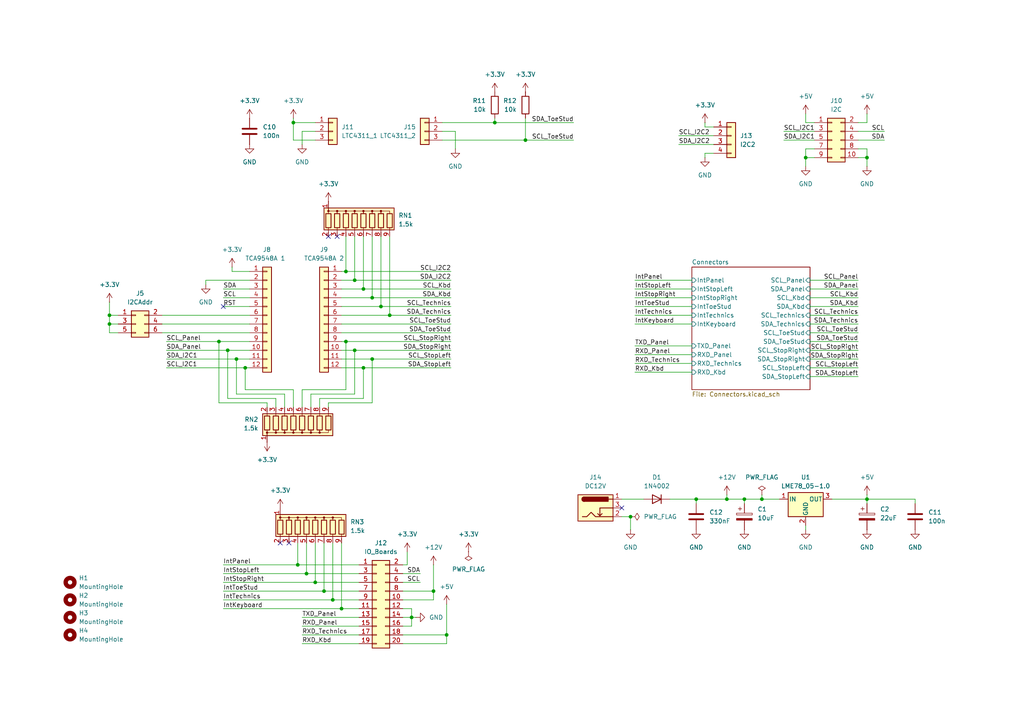
<source format=kicad_sch>
(kicad_sch (version 20231120) (generator "eeschema") (generator_version "8.0")
  (paper "A4")
  (lib_symbols
    (symbol "Connector:Barrel_Jack_Switch" (pin_names hide)
      (property "Reference" "J" (at 0 5.334 0))
      (property "Value" "Barrel_Jack_Switch" (at 0 -5.08 0))
      (symbol "Barrel_Jack_Switch_0_1"
        (rectangle (start -5.08 3.81) (end 5.08 -3.81) (stroke (width 0.254)) (fill (type background)))
        (arc (start -3.302 3.175) (mid -3.9343 2.54) (end -3.302 1.905) (stroke (width 0.254)))
        (arc (start -3.302 3.175) (mid -3.9343 2.54) (end -3.302 1.905) (stroke (width 0.254)) (fill (type outline)))
        (polyline (pts (xy 1.27 -2.286) (xy 1.905 -1.651)) (stroke (width 0.254)))
        (polyline (pts (xy 5.08 2.54) (xy 3.81 2.54)) (stroke (width 0.254)))
        (polyline (pts (xy 5.08 0) (xy 1.27 0) (xy 1.27 -2.286) (xy 0.635 -1.651)) (stroke (width 0.254)))
        (polyline (pts (xy -3.81 -2.54) (xy -2.54 -2.54) (xy -1.27 -1.27) (xy 0 -2.54) (xy 2.54 -2.54) (xy 5.08 -2.54)) (stroke (width 0.254)))
        (rectangle (start 3.683 3.175) (end -3.302 1.905) (stroke (width 0.254)) (fill (type outline)))
      )
      (symbol "Barrel_Jack_Switch_1_1"
        (pin passive line (at 7.62 2.54 180) (length 2.54) (name "~") (number "1"))
        (pin passive line (at 7.62 -2.54 180) (length 2.54) (name "~") (number "2"))
        (pin passive line (at 7.62 0 180) (length 2.54) (name "~") (number "3"))
      )
    )
    (symbol "Connector_Generic:Conn_01x03" (pin_names (offset 1.016) hide)
      (property "Reference" "J" (at 0 5.08 0))
      (property "Value" "Conn_01x03" (at 0 -5.08 0))
      (symbol "Conn_01x03_1_1"
        (rectangle (start -1.27 -2.413) (end 0 -2.667) (stroke (width 0.1524)))
        (rectangle (start -1.27 0.127) (end 0 -0.127) (stroke (width 0.1524)))
        (rectangle (start -1.27 2.667) (end 0 2.413) (stroke (width 0.1524)))
        (rectangle (start -1.27 3.81) (end 1.27 -3.81) (stroke (width 0.254)) (fill (type background)))
        (pin passive line (at -5.08 2.54 0) (length 3.81) (name "Pin_1") (number "1"))
        (pin passive line (at -5.08 0 0) (length 3.81) (name "Pin_2") (number "2"))
        (pin passive line (at -5.08 -2.54 0) (length 3.81) (name "Pin_3") (number "3"))
      )
    )
    (symbol "Connector_Generic:Conn_01x04" (pin_names (offset 1.016) hide)
      (property "Reference" "J" (at 0 5.08 0))
      (property "Value" "Conn_01x04" (at 0 -7.62 0))
      (symbol "Conn_01x04_1_1"
        (rectangle (start -1.27 -4.953) (end 0 -5.207) (stroke (width 0.1524)))
        (rectangle (start -1.27 -2.413) (end 0 -2.667) (stroke (width 0.1524)))
        (rectangle (start -1.27 0.127) (end 0 -0.127) (stroke (width 0.1524)))
        (rectangle (start -1.27 2.667) (end 0 2.413) (stroke (width 0.1524)))
        (rectangle (start -1.27 3.81) (end 1.27 -6.35) (stroke (width 0.254)) (fill (type background)))
        (pin passive line (at -5.08 2.54 0) (length 3.81) (name "Pin_1") (number "1"))
        (pin passive line (at -5.08 0 0) (length 3.81) (name "Pin_2") (number "2"))
        (pin passive line (at -5.08 -2.54 0) (length 3.81) (name "Pin_3") (number "3"))
        (pin passive line (at -5.08 -5.08 0) (length 3.81) (name "Pin_4") (number "4"))
      )
    )
    (symbol "Connector_Generic:Conn_01x12" (pin_names (offset 1.016) hide)
      (property "Reference" "J" (at 0 15.24 0))
      (property "Value" "Conn_01x12" (at 0 -17.78 0))
      (symbol "Conn_01x12_1_1"
        (rectangle (start -1.27 -15.113) (end 0 -15.367) (stroke (width 0.1524)))
        (rectangle (start -1.27 -12.573) (end 0 -12.827) (stroke (width 0.1524)))
        (rectangle (start -1.27 -10.033) (end 0 -10.287) (stroke (width 0.1524)))
        (rectangle (start -1.27 -7.493) (end 0 -7.747) (stroke (width 0.1524)))
        (rectangle (start -1.27 -4.953) (end 0 -5.207) (stroke (width 0.1524)))
        (rectangle (start -1.27 -2.413) (end 0 -2.667) (stroke (width 0.1524)))
        (rectangle (start -1.27 0.127) (end 0 -0.127) (stroke (width 0.1524)))
        (rectangle (start -1.27 2.667) (end 0 2.413) (stroke (width 0.1524)))
        (rectangle (start -1.27 5.207) (end 0 4.953) (stroke (width 0.1524)))
        (rectangle (start -1.27 7.747) (end 0 7.493) (stroke (width 0.1524)))
        (rectangle (start -1.27 10.287) (end 0 10.033) (stroke (width 0.1524)))
        (rectangle (start -1.27 12.827) (end 0 12.573) (stroke (width 0.1524)))
        (rectangle (start -1.27 13.97) (end 1.27 -16.51) (stroke (width 0.254)) (fill (type background)))
        (pin passive line (at -5.08 12.7 0) (length 3.81) (name "Pin_1") (number "1"))
        (pin passive line (at -5.08 -10.16 0) (length 3.81) (name "Pin_10") (number "10"))
        (pin passive line (at -5.08 -12.7 0) (length 3.81) (name "Pin_11") (number "11"))
        (pin passive line (at -5.08 -15.24 0) (length 3.81) (name "Pin_12") (number "12"))
        (pin passive line (at -5.08 10.16 0) (length 3.81) (name "Pin_2") (number "2"))
        (pin passive line (at -5.08 7.62 0) (length 3.81) (name "Pin_3") (number "3"))
        (pin passive line (at -5.08 5.08 0) (length 3.81) (name "Pin_4") (number "4"))
        (pin passive line (at -5.08 2.54 0) (length 3.81) (name "Pin_5") (number "5"))
        (pin passive line (at -5.08 0 0) (length 3.81) (name "Pin_6") (number "6"))
        (pin passive line (at -5.08 -2.54 0) (length 3.81) (name "Pin_7") (number "7"))
        (pin passive line (at -5.08 -5.08 0) (length 3.81) (name "Pin_8") (number "8"))
        (pin passive line (at -5.08 -7.62 0) (length 3.81) (name "Pin_9") (number "9"))
      )
    )
    (symbol "Connector_Generic:Conn_02x03_Odd_Even" (pin_names (offset 1.016) hide)
      (property "Reference" "J" (at 1.27 5.08 0))
      (property "Value" "Conn_02x03_Odd_Even" (at 1.27 -5.08 0))
      (symbol "Conn_02x03_Odd_Even_1_1"
        (rectangle (start -1.27 -2.413) (end 0 -2.667) (stroke (width 0.1524)))
        (rectangle (start -1.27 0.127) (end 0 -0.127) (stroke (width 0.1524)))
        (rectangle (start -1.27 2.667) (end 0 2.413) (stroke (width 0.1524)))
        (rectangle (start -1.27 3.81) (end 3.81 -3.81) (stroke (width 0.254)) (fill (type background)))
        (rectangle (start 3.81 -2.413) (end 2.54 -2.667) (stroke (width 0.1524)))
        (rectangle (start 3.81 0.127) (end 2.54 -0.127) (stroke (width 0.1524)))
        (rectangle (start 3.81 2.667) (end 2.54 2.413) (stroke (width 0.1524)))
        (pin passive line (at -5.08 2.54 0) (length 3.81) (name "Pin_1") (number "1"))
        (pin passive line (at 7.62 2.54 180) (length 3.81) (name "Pin_2") (number "2"))
        (pin passive line (at -5.08 0 0) (length 3.81) (name "Pin_3") (number "3"))
        (pin passive line (at 7.62 0 180) (length 3.81) (name "Pin_4") (number "4"))
        (pin passive line (at -5.08 -2.54 0) (length 3.81) (name "Pin_5") (number "5"))
        (pin passive line (at 7.62 -2.54 180) (length 3.81) (name "Pin_6") (number "6"))
      )
    )
    (symbol "Connector_Generic:Conn_02x05_Odd_Even" (pin_names (offset 1.016) hide)
      (property "Reference" "J" (at 1.27 7.62 0))
      (property "Value" "Conn_02x05_Odd_Even" (at 1.27 -7.62 0))
      (symbol "Conn_02x05_Odd_Even_1_1"
        (rectangle (start -1.27 -4.953) (end 0 -5.207) (stroke (width 0.1524)))
        (rectangle (start -1.27 -2.413) (end 0 -2.667) (stroke (width 0.1524)))
        (rectangle (start -1.27 0.127) (end 0 -0.127) (stroke (width 0.1524)))
        (rectangle (start -1.27 2.667) (end 0 2.413) (stroke (width 0.1524)))
        (rectangle (start -1.27 5.207) (end 0 4.953) (stroke (width 0.1524)))
        (rectangle (start -1.27 6.35) (end 3.81 -6.35) (stroke (width 0.254)) (fill (type background)))
        (rectangle (start 3.81 -4.953) (end 2.54 -5.207) (stroke (width 0.1524)))
        (rectangle (start 3.81 -2.413) (end 2.54 -2.667) (stroke (width 0.1524)))
        (rectangle (start 3.81 0.127) (end 2.54 -0.127) (stroke (width 0.1524)))
        (rectangle (start 3.81 2.667) (end 2.54 2.413) (stroke (width 0.1524)))
        (rectangle (start 3.81 5.207) (end 2.54 4.953) (stroke (width 0.1524)))
        (pin passive line (at -5.08 5.08 0) (length 3.81) (name "Pin_1") (number "1"))
        (pin passive line (at 7.62 -5.08 180) (length 3.81) (name "Pin_10") (number "10"))
        (pin passive line (at 7.62 5.08 180) (length 3.81) (name "Pin_2") (number "2"))
        (pin passive line (at -5.08 2.54 0) (length 3.81) (name "Pin_3") (number "3"))
        (pin passive line (at 7.62 2.54 180) (length 3.81) (name "Pin_4") (number "4"))
        (pin passive line (at -5.08 0 0) (length 3.81) (name "Pin_5") (number "5"))
        (pin passive line (at 7.62 0 180) (length 3.81) (name "Pin_6") (number "6"))
        (pin passive line (at -5.08 -2.54 0) (length 3.81) (name "Pin_7") (number "7"))
        (pin passive line (at 7.62 -2.54 180) (length 3.81) (name "Pin_8") (number "8"))
        (pin passive line (at -5.08 -5.08 0) (length 3.81) (name "Pin_9") (number "9"))
      )
    )
    (symbol "Connector_Generic:Conn_02x10_Odd_Even" (pin_names (offset 1.016) hide)
      (property "Reference" "J" (at 1.27 12.7 0))
      (property "Value" "Conn_02x10_Odd_Even" (at 1.27 -15.24 0))
      (symbol "Conn_02x10_Odd_Even_1_1"
        (rectangle (start -1.27 -12.573) (end 0 -12.827) (stroke (width 0.1524)))
        (rectangle (start -1.27 -10.033) (end 0 -10.287) (stroke (width 0.1524)))
        (rectangle (start -1.27 -7.493) (end 0 -7.747) (stroke (width 0.1524)))
        (rectangle (start -1.27 -4.953) (end 0 -5.207) (stroke (width 0.1524)))
        (rectangle (start -1.27 -2.413) (end 0 -2.667) (stroke (width 0.1524)))
        (rectangle (start -1.27 0.127) (end 0 -0.127) (stroke (width 0.1524)))
        (rectangle (start -1.27 2.667) (end 0 2.413) (stroke (width 0.1524)))
        (rectangle (start -1.27 5.207) (end 0 4.953) (stroke (width 0.1524)))
        (rectangle (start -1.27 7.747) (end 0 7.493) (stroke (width 0.1524)))
        (rectangle (start -1.27 10.287) (end 0 10.033) (stroke (width 0.1524)))
        (rectangle (start -1.27 11.43) (end 3.81 -13.97) (stroke (width 0.254)) (fill (type background)))
        (rectangle (start 3.81 -12.573) (end 2.54 -12.827) (stroke (width 0.1524)))
        (rectangle (start 3.81 -10.033) (end 2.54 -10.287) (stroke (width 0.1524)))
        (rectangle (start 3.81 -7.493) (end 2.54 -7.747) (stroke (width 0.1524)))
        (rectangle (start 3.81 -4.953) (end 2.54 -5.207) (stroke (width 0.1524)))
        (rectangle (start 3.81 -2.413) (end 2.54 -2.667) (stroke (width 0.1524)))
        (rectangle (start 3.81 0.127) (end 2.54 -0.127) (stroke (width 0.1524)))
        (rectangle (start 3.81 2.667) (end 2.54 2.413) (stroke (width 0.1524)))
        (rectangle (start 3.81 5.207) (end 2.54 4.953) (stroke (width 0.1524)))
        (rectangle (start 3.81 7.747) (end 2.54 7.493) (stroke (width 0.1524)))
        (rectangle (start 3.81 10.287) (end 2.54 10.033) (stroke (width 0.1524)))
        (pin passive line (at -5.08 10.16 0) (length 3.81) (name "Pin_1") (number "1"))
        (pin passive line (at 7.62 0 180) (length 3.81) (name "Pin_10") (number "10"))
        (pin passive line (at -5.08 -2.54 0) (length 3.81) (name "Pin_11") (number "11"))
        (pin passive line (at 7.62 -2.54 180) (length 3.81) (name "Pin_12") (number "12"))
        (pin passive line (at -5.08 -5.08 0) (length 3.81) (name "Pin_13") (number "13"))
        (pin passive line (at 7.62 -5.08 180) (length 3.81) (name "Pin_14") (number "14"))
        (pin passive line (at -5.08 -7.62 0) (length 3.81) (name "Pin_15") (number "15"))
        (pin passive line (at 7.62 -7.62 180) (length 3.81) (name "Pin_16") (number "16"))
        (pin passive line (at -5.08 -10.16 0) (length 3.81) (name "Pin_17") (number "17"))
        (pin passive line (at 7.62 -10.16 180) (length 3.81) (name "Pin_18") (number "18"))
        (pin passive line (at -5.08 -12.7 0) (length 3.81) (name "Pin_19") (number "19"))
        (pin passive line (at 7.62 10.16 180) (length 3.81) (name "Pin_2") (number "2"))
        (pin passive line (at 7.62 -12.7 180) (length 3.81) (name "Pin_20") (number "20"))
        (pin passive line (at -5.08 7.62 0) (length 3.81) (name "Pin_3") (number "3"))
        (pin passive line (at 7.62 7.62 180) (length 3.81) (name "Pin_4") (number "4"))
        (pin passive line (at -5.08 5.08 0) (length 3.81) (name "Pin_5") (number "5"))
        (pin passive line (at 7.62 5.08 180) (length 3.81) (name "Pin_6") (number "6"))
        (pin passive line (at -5.08 2.54 0) (length 3.81) (name "Pin_7") (number "7"))
        (pin passive line (at 7.62 2.54 180) (length 3.81) (name "Pin_8") (number "8"))
        (pin passive line (at -5.08 0 0) (length 3.81) (name "Pin_9") (number "9"))
      )
    )
    (symbol "Custom_Symbols:LME78_05-1.0" (pin_names (offset 0.254))
      (property "Reference" "U" (at -3.81 3.175 0))
      (property "Value" "LME78_05-1.0" (at 0 3.175 0))
      (symbol "LME78_05-1.0_0_1"
        (rectangle (start -5.08 1.905) (end 5.08 -5.08) (stroke (width 0.254)) (fill (type background)))
      )
      (symbol "LME78_05-1.0_1_1"
        (pin power_in line (at -7.62 0 0) (length 2.54) (name "IN") (number "1"))
        (pin power_in line (at 0 -7.62 90) (length 2.54) (name "GND") (number "2"))
        (pin power_out line (at 7.62 0 180) (length 2.54) (name "OUT") (number "3"))
      )
    )
    (symbol "Device:C" (pin_numbers hide) (pin_names (offset 0.254))
      (property "Reference" "C" (at 0.635 2.54 0))
      (property "Value" "C" (at 0.635 -2.54 0))
      (symbol "C_0_1"
        (polyline (pts (xy -2.032 -0.762) (xy 2.032 -0.762)) (stroke (width 0.508)))
        (polyline (pts (xy -2.032 0.762) (xy 2.032 0.762)) (stroke (width 0.508)))
      )
      (symbol "C_1_1"
        (pin passive line (at 0 3.81 270) (length 2.794) (name "~") (number "1"))
        (pin passive line (at 0 -3.81 90) (length 2.794) (name "~") (number "2"))
      )
    )
    (symbol "Device:C_Polarized" (pin_numbers hide) (pin_names (offset 0.254))
      (property "Reference" "C" (at 0.635 2.54 0))
      (property "Value" "C_Polarized" (at 0.635 -2.54 0))
      (symbol "C_Polarized_0_1"
        (rectangle (start -2.286 0.508) (end 2.286 1.016))
        (polyline (pts (xy -1.778 2.286) (xy -0.762 2.286)))
        (polyline (pts (xy -1.27 2.794) (xy -1.27 1.778)))
        (rectangle (start 2.286 -0.508) (end -2.286 -1.016) (fill (type outline)))
      )
      (symbol "C_Polarized_1_1"
        (pin passive line (at 0 3.81 270) (length 2.794) (name "~") (number "1"))
        (pin passive line (at 0 -3.81 90) (length 2.794) (name "~") (number "2"))
      )
    )
    (symbol "Device:R" (pin_numbers hide) (pin_names (offset 0))
      (property "Reference" "R" (at 2.032 0 90))
      (property "Value" "R" (at 0 0 90))
      (symbol "R_0_1"
        (rectangle (start -1.016 -2.54) (end 1.016 2.54) (stroke (width 0.254)))
      )
      (symbol "R_1_1"
        (pin passive line (at 0 3.81 270) (length 1.27) (name "~") (number "1"))
        (pin passive line (at 0 -3.81 90) (length 1.27) (name "~") (number "2"))
      )
    )
    (symbol "Device:R_Network08" (pin_names (offset 0) hide)
      (property "Reference" "RN" (at -12.7 0 90))
      (property "Value" "R_Network08" (at 10.16 0 90))
      (symbol "R_Network08_0_1"
        (rectangle (start -11.43 -3.175) (end 8.89 3.175) (stroke (width 0.254)) (fill (type background)))
        (rectangle (start -10.922 1.524) (end -9.398 -2.54) (stroke (width 0.254)))
        (circle (center -10.16 2.286) (radius 0.254) (fill (type outline)))
        (rectangle (start -8.382 1.524) (end -6.858 -2.54) (stroke (width 0.254)))
        (circle (center -7.62 2.286) (radius 0.254) (fill (type outline)))
        (rectangle (start -5.842 1.524) (end -4.318 -2.54) (stroke (width 0.254)))
        (circle (center -5.08 2.286) (radius 0.254) (fill (type outline)))
        (rectangle (start -3.302 1.524) (end -1.778 -2.54) (stroke (width 0.254)))
        (circle (center -2.54 2.286) (radius 0.254) (fill (type outline)))
        (rectangle (start -0.762 1.524) (end 0.762 -2.54) (stroke (width 0.254)))
        (polyline (pts (xy -10.16 -2.54) (xy -10.16 -3.81)))
        (polyline (pts (xy -7.62 -2.54) (xy -7.62 -3.81)))
        (polyline (pts (xy -5.08 -2.54) (xy -5.08 -3.81)))
        (polyline (pts (xy -2.54 -2.54) (xy -2.54 -3.81)))
        (polyline (pts (xy 0 -2.54) (xy 0 -3.81)))
        (polyline (pts (xy 2.54 -2.54) (xy 2.54 -3.81)))
        (polyline (pts (xy 5.08 -2.54) (xy 5.08 -3.81)))
        (polyline (pts (xy 7.62 -2.54) (xy 7.62 -3.81)))
        (polyline (pts (xy -10.16 1.524) (xy -10.16 2.286) (xy -7.62 2.286) (xy -7.62 1.524)))
        (polyline (pts (xy -7.62 1.524) (xy -7.62 2.286) (xy -5.08 2.286) (xy -5.08 1.524)))
        (polyline (pts (xy -5.08 1.524) (xy -5.08 2.286) (xy -2.54 2.286) (xy -2.54 1.524)))
        (polyline (pts (xy -2.54 1.524) (xy -2.54 2.286) (xy 0 2.286) (xy 0 1.524)))
        (polyline (pts (xy 0 1.524) (xy 0 2.286) (xy 2.54 2.286) (xy 2.54 1.524)))
        (polyline (pts (xy 2.54 1.524) (xy 2.54 2.286) (xy 5.08 2.286) (xy 5.08 1.524)))
        (polyline (pts (xy 5.08 1.524) (xy 5.08 2.286) (xy 7.62 2.286) (xy 7.62 1.524)))
        (circle (center 0 2.286) (radius 0.254) (fill (type outline)))
        (rectangle (start 1.778 1.524) (end 3.302 -2.54) (stroke (width 0.254)))
        (circle (center 2.54 2.286) (radius 0.254) (fill (type outline)))
        (rectangle (start 4.318 1.524) (end 5.842 -2.54) (stroke (width 0.254)))
        (circle (center 5.08 2.286) (radius 0.254) (fill (type outline)))
        (rectangle (start 6.858 1.524) (end 8.382 -2.54) (stroke (width 0.254)))
      )
      (symbol "R_Network08_1_1"
        (pin passive line (at -10.16 5.08 270) (length 2.54) (name "common") (number "1"))
        (pin passive line (at -10.16 -5.08 90) (length 1.27) (name "R1") (number "2"))
        (pin passive line (at -7.62 -5.08 90) (length 1.27) (name "R2") (number "3"))
        (pin passive line (at -5.08 -5.08 90) (length 1.27) (name "R3") (number "4"))
        (pin passive line (at -2.54 -5.08 90) (length 1.27) (name "R4") (number "5"))
        (pin passive line (at 0 -5.08 90) (length 1.27) (name "R5") (number "6"))
        (pin passive line (at 2.54 -5.08 90) (length 1.27) (name "R6") (number "7"))
        (pin passive line (at 5.08 -5.08 90) (length 1.27) (name "R7") (number "8"))
        (pin passive line (at 7.62 -5.08 90) (length 1.27) (name "R8") (number "9"))
      )
    )
    (symbol "Diode:1N4002" (pin_numbers hide) (pin_names hide)
      (property "Reference" "D" (at 0 2.54 0))
      (property "Value" "1N4002" (at 0 -2.54 0))
      (symbol "1N4002_0_1"
        (polyline (pts (xy -1.27 1.27) (xy -1.27 -1.27)) (stroke (width 0.254)))
        (polyline (pts (xy 1.27 0) (xy -1.27 0)))
        (polyline (pts (xy 1.27 1.27) (xy 1.27 -1.27) (xy -1.27 0) (xy 1.27 1.27)) (stroke (width 0.254)))
      )
      (symbol "1N4002_1_1"
        (pin passive line (at -3.81 0 0) (length 2.54) (name "K") (number "1"))
        (pin passive line (at 3.81 0 180) (length 2.54) (name "A") (number "2"))
      )
    )
    (symbol "Mechanical:MountingHole" (pin_names (offset 1.016))
      (property "Reference" "H" (at 0 5.08 0))
      (property "Value" "MountingHole" (at 0 3.175 0))
      (symbol "MountingHole_0_1"
        (circle (center 0 0) (radius 1.27) (stroke (width 1.27)))
      )
    )
    (symbol "power:+12V" (power) (pin_numbers hide) (pin_names (offset 0) hide)
      (property "Value" "+12V" (at 0 3.556 0))
      (symbol "+12V_0_1"
        (polyline (pts (xy -0.762 1.27) (xy 0 2.54)))
        (polyline (pts (xy 0 0) (xy 0 2.54)))
        (polyline (pts (xy 0 2.54) (xy 0.762 1.27)))
      )
      (symbol "+12V_1_1"
        (pin power_in line (at 0 0 90) (length 0) (name "~") (number "1"))
      )
    )
    (symbol "power:+3.3V" (power) (pin_numbers hide) (pin_names (offset 0) hide)
      (property "Value" "+3.3V" (at 0 3.556 0))
      (symbol "+3.3V_0_1"
        (polyline (pts (xy -0.762 1.27) (xy 0 2.54)))
        (polyline (pts (xy 0 0) (xy 0 2.54)))
        (polyline (pts (xy 0 2.54) (xy 0.762 1.27)))
      )
      (symbol "+3.3V_1_1"
        (pin power_in line (at 0 0 90) (length 0) (name "~") (number "1"))
      )
    )
    (symbol "power:+5V" (power) (pin_numbers hide) (pin_names (offset 0) hide)
      (property "Value" "+5V" (at 0 3.556 0))
      (symbol "+5V_0_1"
        (polyline (pts (xy -0.762 1.27) (xy 0 2.54)))
        (polyline (pts (xy 0 0) (xy 0 2.54)))
        (polyline (pts (xy 0 2.54) (xy 0.762 1.27)))
      )
      (symbol "+5V_1_1"
        (pin power_in line (at 0 0 90) (length 0) (name "~") (number "1"))
      )
    )
    (symbol "power:GND" (power) (pin_numbers hide) (pin_names (offset 0) hide)
      (property "Value" "GND" (at 0 -3.81 0))
      (symbol "GND_0_1"
        (polyline (pts (xy 0 0) (xy 0 -1.27) (xy 1.27 -1.27) (xy 0 -2.54) (xy -1.27 -1.27) (xy 0 -1.27)))
      )
      (symbol "GND_1_1"
        (pin power_in line (at 0 0 270) (length 0) (name "~") (number "1"))
      )
    )
    (symbol "power:PWR_FLAG" (power) (pin_numbers hide) (pin_names (offset 0) hide)
      (property "Value" "PWR_FLAG" (at 0 3.81 0))
      (symbol "PWR_FLAG_0_0"
        (pin power_out line (at 0 0 90) (length 0) (name "~") (number "1"))
      )
      (symbol "PWR_FLAG_0_1"
        (polyline (pts (xy 0 0) (xy 0 1.27) (xy -1.016 1.905) (xy 0 2.54) (xy 1.016 1.905) (xy 0 1.27)))
      )
    )
  )
  (junction (at 220.98 144.78))
  (junction (at 93.98 171.45))
  (junction (at 152.4 40.64))
  (junction (at 105.41 106.68))
  (junction (at 96.52 173.99))
  (junction (at 66.04 101.6))
  (junction (at 88.9 166.37))
  (junction (at 182.88 149.86))
  (junction (at 100.33 99.06))
  (junction (at 143.51 35.56))
  (junction (at 113.03 91.44))
  (junction (at 68.58 104.14))
  (junction (at 119.38 179.07))
  (junction (at 102.87 101.6))
  (junction (at 91.44 168.91))
  (junction (at 63.5 99.06))
  (junction (at 215.9 144.78))
  (junction (at 233.68 45.72))
  (junction (at 251.46 45.72))
  (junction (at 105.41 83.82))
  (junction (at 100.33 78.74))
  (junction (at 99.06 176.53))
  (junction (at 201.93 144.78))
  (junction (at 71.12 106.68))
  (junction (at 129.54 184.15))
  (junction (at 125.73 171.45))
  (junction (at 85.09 35.56))
  (junction (at 31.75 91.44))
  (junction (at 102.87 81.28))
  (junction (at 107.95 104.14))
  (junction (at 86.36 163.83))
  (junction (at 210.82 144.78))
  (junction (at 251.46 144.78))
  (junction (at 107.95 86.36))
  (junction (at 31.75 93.98))
  (junction (at 110.49 88.9))
  (no_connect (at 81.28 157.48))
  (no_connect (at 64.77 88.9))
  (no_connect (at 180.34 147.32))
  (no_connect (at 97.79 68.58))
  (no_connect (at 83.82 157.48))
  (no_connect (at 95.25 68.58))
  (wire (pts (xy 87.63 41.91) (xy 87.63 38.1)))
  (wire (pts (xy 215.9 144.78) (xy 215.9 146.05)))
  (wire (pts (xy 95.25 116.84) (xy 107.95 116.84)))
  (wire (pts (xy 90.17 118.11) (xy 90.17 114.3)))
  (wire (pts (xy 77.47 118.11) (xy 77.47 116.84)))
  (wire (pts (xy 119.38 179.07) (xy 120.65 179.07)))
  (wire (pts (xy 248.92 38.1) (xy 256.54 38.1)))
  (wire (pts (xy 233.68 33.02) (xy 233.68 35.56)))
  (wire (pts (xy 113.03 68.58) (xy 113.03 91.44)))
  (wire (pts (xy 100.33 113.03) (xy 100.33 99.06)))
  (wire (pts (xy 102.87 81.28) (xy 130.81 81.28)))
  (wire (pts (xy 99.06 81.28) (xy 102.87 81.28)))
  (wire (pts (xy 194.31 144.78) (xy 201.93 144.78)))
  (wire (pts (xy 99.06 104.14) (xy 107.95 104.14)))
  (wire (pts (xy 116.84 168.91) (xy 121.92 168.91)))
  (wire (pts (xy 251.46 143.51) (xy 251.46 144.78)))
  (wire (pts (xy 31.75 93.98) (xy 34.29 93.98)))
  (wire (pts (xy 64.77 166.37) (xy 88.9 166.37)))
  (wire (pts (xy 201.93 144.78) (xy 210.82 144.78)))
  (wire (pts (xy 113.03 91.44) (xy 130.81 91.44)))
  (wire (pts (xy 64.77 88.9) (xy 72.39 88.9)))
  (wire (pts (xy 184.15 81.28) (xy 200.66 81.28)))
  (wire (pts (xy 91.44 168.91) (xy 104.14 168.91)))
  (wire (pts (xy 88.9 166.37) (xy 104.14 166.37)))
  (wire (pts (xy 99.06 176.53) (xy 104.14 176.53)))
  (wire (pts (xy 107.95 104.14) (xy 130.81 104.14)))
  (wire (pts (xy 196.85 41.91) (xy 207.01 41.91)))
  (wire (pts (xy 251.46 35.56) (xy 251.46 33.02)))
  (wire (pts (xy 204.47 36.83) (xy 204.47 35.56)))
  (wire (pts (xy 152.4 34.29) (xy 152.4 40.64)))
  (wire (pts (xy 132.08 43.18) (xy 132.08 38.1)))
  (wire (pts (xy 95.25 118.11) (xy 95.25 116.84)))
  (wire (pts (xy 234.95 101.6) (xy 248.92 101.6)))
  (wire (pts (xy 85.09 40.64) (xy 91.44 40.64)))
  (wire (pts (xy 99.06 78.74) (xy 100.33 78.74)))
  (wire (pts (xy 102.87 101.6) (xy 130.81 101.6)))
  (wire (pts (xy 85.09 35.56) (xy 85.09 40.64)))
  (wire (pts (xy 119.38 179.07) (xy 119.38 181.61)))
  (wire (pts (xy 46.99 93.98) (xy 72.39 93.98)))
  (wire (pts (xy 204.47 44.45) (xy 207.01 44.45)))
  (wire (pts (xy 128.27 40.64) (xy 152.4 40.64)))
  (wire (pts (xy 64.77 86.36) (xy 72.39 86.36)))
  (wire (pts (xy 184.15 102.87) (xy 200.66 102.87)))
  (wire (pts (xy 102.87 114.3) (xy 102.87 101.6)))
  (wire (pts (xy 87.63 179.07) (xy 104.14 179.07)))
  (wire (pts (xy 68.58 114.3) (xy 68.58 104.14)))
  (wire (pts (xy 91.44 157.48) (xy 91.44 168.91)))
  (wire (pts (xy 116.84 184.15) (xy 129.54 184.15)))
  (wire (pts (xy 234.95 99.06) (xy 248.92 99.06)))
  (wire (pts (xy 125.73 173.99) (xy 125.73 171.45)))
  (wire (pts (xy 107.95 68.58) (xy 107.95 86.36)))
  (wire (pts (xy 251.46 45.72) (xy 251.46 48.26)))
  (wire (pts (xy 100.33 99.06) (xy 130.81 99.06)))
  (wire (pts (xy 129.54 184.15) (xy 129.54 186.69)))
  (wire (pts (xy 87.63 118.11) (xy 87.63 113.03)))
  (wire (pts (xy 48.26 106.68) (xy 71.12 106.68)))
  (wire (pts (xy 184.15 93.98) (xy 200.66 93.98)))
  (wire (pts (xy 236.22 43.18) (xy 233.68 43.18)))
  (wire (pts (xy 234.95 83.82) (xy 248.92 83.82)))
  (wire (pts (xy 85.09 34.29) (xy 85.09 35.56)))
  (wire (pts (xy 241.3 144.78) (xy 251.46 144.78)))
  (wire (pts (xy 100.33 78.74) (xy 130.81 78.74)))
  (wire (pts (xy 207.01 36.83) (xy 204.47 36.83)))
  (wire (pts (xy 31.75 96.52) (xy 34.29 96.52)))
  (wire (pts (xy 87.63 184.15) (xy 104.14 184.15)))
  (wire (pts (xy 234.95 106.68) (xy 248.92 106.68)))
  (wire (pts (xy 234.95 104.14) (xy 248.92 104.14)))
  (wire (pts (xy 125.73 171.45) (xy 125.73 163.83)))
  (wire (pts (xy 92.71 115.57) (xy 105.41 115.57)))
  (wire (pts (xy 82.55 114.3) (xy 68.58 114.3)))
  (wire (pts (xy 227.33 40.64) (xy 236.22 40.64)))
  (wire (pts (xy 129.54 175.26) (xy 129.54 184.15)))
  (wire (pts (xy 87.63 38.1) (xy 91.44 38.1)))
  (wire (pts (xy 96.52 173.99) (xy 104.14 173.99)))
  (wire (pts (xy 31.75 91.44) (xy 31.75 93.98)))
  (wire (pts (xy 105.41 83.82) (xy 130.81 83.82)))
  (wire (pts (xy 234.95 88.9) (xy 248.92 88.9)))
  (wire (pts (xy 63.5 99.06) (xy 72.39 99.06)))
  (wire (pts (xy 234.95 96.52) (xy 248.92 96.52)))
  (wire (pts (xy 99.06 101.6) (xy 102.87 101.6)))
  (wire (pts (xy 118.11 163.83) (xy 116.84 163.83)))
  (wire (pts (xy 116.84 173.99) (xy 125.73 173.99)))
  (wire (pts (xy 233.68 43.18) (xy 233.68 45.72)))
  (wire (pts (xy 116.84 166.37) (xy 121.92 166.37)))
  (wire (pts (xy 64.77 176.53) (xy 99.06 176.53)))
  (wire (pts (xy 48.26 99.06) (xy 63.5 99.06)))
  (wire (pts (xy 251.46 144.78) (xy 265.43 144.78)))
  (wire (pts (xy 86.36 157.48) (xy 86.36 163.83)))
  (wire (pts (xy 143.51 35.56) (xy 143.51 34.29)))
  (wire (pts (xy 251.46 43.18) (xy 251.46 45.72)))
  (wire (pts (xy 85.09 113.03) (xy 71.12 113.03)))
  (wire (pts (xy 105.41 106.68) (xy 130.81 106.68)))
  (wire (pts (xy 85.09 118.11) (xy 85.09 113.03)))
  (wire (pts (xy 184.15 86.36) (xy 200.66 86.36)))
  (wire (pts (xy 67.31 77.47) (xy 67.31 78.74)))
  (wire (pts (xy 184.15 88.9) (xy 200.66 88.9)))
  (wire (pts (xy 46.99 96.52) (xy 72.39 96.52)))
  (wire (pts (xy 184.15 83.82) (xy 200.66 83.82)))
  (wire (pts (xy 233.68 152.4) (xy 233.68 153.67)))
  (wire (pts (xy 184.15 100.33) (xy 200.66 100.33)))
  (wire (pts (xy 64.77 168.91) (xy 91.44 168.91)))
  (wire (pts (xy 64.77 83.82) (xy 72.39 83.82)))
  (wire (pts (xy 116.84 181.61) (xy 119.38 181.61)))
  (wire (pts (xy 234.95 86.36) (xy 248.92 86.36)))
  (wire (pts (xy 85.09 35.56) (xy 91.44 35.56)))
  (wire (pts (xy 184.15 105.41) (xy 200.66 105.41)))
  (wire (pts (xy 80.01 115.57) (xy 66.04 115.57)))
  (wire (pts (xy 64.77 171.45) (xy 93.98 171.45)))
  (wire (pts (xy 96.52 157.48) (xy 96.52 173.99)))
  (wire (pts (xy 87.63 181.61) (xy 104.14 181.61)))
  (wire (pts (xy 48.26 101.6) (xy 66.04 101.6)))
  (wire (pts (xy 234.95 91.44) (xy 248.92 91.44)))
  (wire (pts (xy 233.68 45.72) (xy 236.22 45.72)))
  (wire (pts (xy 93.98 171.45) (xy 104.14 171.45)))
  (wire (pts (xy 99.06 86.36) (xy 107.95 86.36)))
  (wire (pts (xy 64.77 163.83) (xy 86.36 163.83)))
  (wire (pts (xy 92.71 118.11) (xy 92.71 115.57)))
  (wire (pts (xy 220.98 143.51) (xy 220.98 144.78)))
  (wire (pts (xy 166.37 35.56) (xy 143.51 35.56)))
  (wire (pts (xy 66.04 101.6) (xy 72.39 101.6)))
  (wire (pts (xy 116.84 179.07) (xy 119.38 179.07)))
  (wire (pts (xy 48.26 104.14) (xy 68.58 104.14)))
  (wire (pts (xy 105.41 68.58) (xy 105.41 83.82)))
  (wire (pts (xy 116.84 186.69) (xy 129.54 186.69)))
  (wire (pts (xy 99.06 96.52) (xy 130.81 96.52)))
  (wire (pts (xy 31.75 87.63) (xy 31.75 91.44)))
  (wire (pts (xy 234.95 81.28) (xy 248.92 81.28)))
  (wire (pts (xy 118.11 160.02) (xy 118.11 163.83)))
  (wire (pts (xy 251.46 144.78) (xy 251.46 146.05)))
  (wire (pts (xy 99.06 88.9) (xy 110.49 88.9)))
  (wire (pts (xy 99.06 93.98) (xy 130.81 93.98)))
  (wire (pts (xy 80.01 118.11) (xy 80.01 115.57)))
  (wire (pts (xy 63.5 116.84) (xy 63.5 99.06)))
  (wire (pts (xy 59.69 82.55) (xy 59.69 81.28)))
  (wire (pts (xy 105.41 106.68) (xy 105.41 115.57)))
  (wire (pts (xy 107.95 86.36) (xy 130.81 86.36)))
  (wire (pts (xy 31.75 91.44) (xy 34.29 91.44)))
  (wire (pts (xy 46.99 91.44) (xy 72.39 91.44)))
  (wire (pts (xy 87.63 113.03) (xy 100.33 113.03)))
  (wire (pts (xy 82.55 118.11) (xy 82.55 114.3)))
  (wire (pts (xy 110.49 88.9) (xy 130.81 88.9)))
  (wire (pts (xy 116.84 176.53) (xy 119.38 176.53)))
  (wire (pts (xy 67.31 78.74) (xy 72.39 78.74)))
  (wire (pts (xy 93.98 157.48) (xy 93.98 171.45)))
  (wire (pts (xy 99.06 99.06) (xy 100.33 99.06)))
  (wire (pts (xy 71.12 106.68) (xy 72.39 106.68)))
  (wire (pts (xy 66.04 115.57) (xy 66.04 101.6)))
  (wire (pts (xy 166.37 40.64) (xy 152.4 40.64)))
  (wire (pts (xy 248.92 40.64) (xy 256.54 40.64)))
  (wire (pts (xy 59.69 81.28) (xy 72.39 81.28)))
  (wire (pts (xy 233.68 48.26) (xy 233.68 45.72)))
  (wire (pts (xy 234.95 109.22) (xy 248.92 109.22)))
  (wire (pts (xy 196.85 39.37) (xy 207.01 39.37)))
  (wire (pts (xy 100.33 68.58) (xy 100.33 78.74)))
  (wire (pts (xy 71.12 106.68) (xy 71.12 113.03)))
  (wire (pts (xy 88.9 157.48) (xy 88.9 166.37)))
  (wire (pts (xy 68.58 104.14) (xy 72.39 104.14)))
  (wire (pts (xy 180.34 144.78) (xy 186.69 144.78)))
  (wire (pts (xy 210.82 144.78) (xy 215.9 144.78)))
  (wire (pts (xy 201.93 144.78) (xy 201.93 146.05)))
  (wire (pts (xy 77.47 116.84) (xy 63.5 116.84)))
  (wire (pts (xy 220.98 144.78) (xy 226.06 144.78)))
  (wire (pts (xy 233.68 35.56) (xy 236.22 35.56)))
  (wire (pts (xy 99.06 91.44) (xy 113.03 91.44)))
  (wire (pts (xy 265.43 146.05) (xy 265.43 144.78)))
  (wire (pts (xy 184.15 107.95) (xy 200.66 107.95)))
  (wire (pts (xy 87.63 186.69) (xy 104.14 186.69)))
  (wire (pts (xy 215.9 144.78) (xy 220.98 144.78)))
  (wire (pts (xy 132.08 38.1) (xy 128.27 38.1)))
  (wire (pts (xy 119.38 176.53) (xy 119.38 179.07)))
  (wire (pts (xy 102.87 68.58) (xy 102.87 81.28)))
  (wire (pts (xy 184.15 91.44) (xy 200.66 91.44)))
  (wire (pts (xy 128.27 35.56) (xy 143.51 35.56)))
  (wire (pts (xy 31.75 93.98) (xy 31.75 96.52)))
  (wire (pts (xy 99.06 83.82) (xy 105.41 83.82)))
  (wire (pts (xy 107.95 104.14) (xy 107.95 116.84)))
  (wire (pts (xy 248.92 35.56) (xy 251.46 35.56)))
  (wire (pts (xy 204.47 45.72) (xy 204.47 44.45)))
  (wire (pts (xy 234.95 93.98) (xy 248.92 93.98)))
  (wire (pts (xy 110.49 68.58) (xy 110.49 88.9)))
  (wire (pts (xy 248.92 45.72) (xy 251.46 45.72)))
  (wire (pts (xy 86.36 163.83) (xy 104.14 163.83)))
  (wire (pts (xy 99.06 106.68) (xy 105.41 106.68)))
  (wire (pts (xy 90.17 114.3) (xy 102.87 114.3)))
  (wire (pts (xy 227.33 38.1) (xy 236.22 38.1)))
  (wire (pts (xy 248.92 43.18) (xy 251.46 43.18)))
  (wire (pts (xy 99.06 157.48) (xy 99.06 176.53)))
  (wire (pts (xy 116.84 171.45) (xy 125.73 171.45)))
  (wire (pts (xy 182.88 149.86) (xy 182.88 153.67)))
  (wire (pts (xy 180.34 149.86) (xy 182.88 149.86)))
  (wire (pts (xy 64.77 173.99) (xy 96.52 173.99)))
  (wire (pts (xy 210.82 143.51) (xy 210.82 144.78)))
  (label "SDA_Panel" (at 48.26 101.6 0))
  (label "SCL_ToeStud" (at 248.92 96.52 180))
  (label "RXD_Technics" (at 184.15 105.41 0))
  (label "IntStopRight" (at 184.15 86.36 0))
  (label "SDA_Kbd" (at 248.92 88.9 180))
  (label "IntKeyboard" (at 184.15 93.98 0))
  (label "RXD_Kbd" (at 87.63 186.69 0))
  (label "SDA" (at 256.54 40.64 180))
  (label "SCL_Kbd" (at 130.81 83.82 180))
  (label "SCL_StopLeft" (at 130.81 104.14 180))
  (label "IntStopRight" (at 64.77 168.91 0))
  (label "SDA_I2C1" (at 227.33 40.64 0))
  (label "SCL_I2C2" (at 130.81 78.74 180))
  (label "RXD_Kbd" (at 184.15 107.95 0))
  (label "SDA_ToeStud" (at 166.37 35.56 180))
  (label "SDA_StopRight" (at 130.81 101.6 180))
  (label "IntStopLeft" (at 184.15 83.82 0))
  (label "SDA_I2C2" (at 196.85 41.91 0))
  (label "SDA_I2C1" (at 48.26 104.14 0))
  (label "SCL_Kbd" (at 248.92 86.36 180))
  (label "IntStopLeft" (at 64.77 166.37 0))
  (label "RST" (at 64.77 88.9 0))
  (label "SDA_Panel" (at 248.92 83.82 180))
  (label "IntToeStud" (at 64.77 171.45 0))
  (label "SDA" (at 64.77 83.82 0))
  (label "SCL_StopLeft" (at 248.92 106.68 180))
  (label "SCL" (at 64.77 86.36 0))
  (label "IntTechnics" (at 184.15 91.44 0))
  (label "SDA_ToeStud" (at 130.81 96.52 180))
  (label "SDA_Kbd" (at 130.81 86.36 180))
  (label "IntToeStud" (at 184.15 88.9 0))
  (label "SCL_Technics" (at 130.81 88.9 180))
  (label "SCL_I2C1" (at 227.33 38.1 0))
  (label "SCL_StopRight" (at 130.81 99.06 180))
  (label "SCL_Panel" (at 248.92 81.28 180))
  (label "SCL" (at 118.11 168.91 0))
  (label "SDA_StopLeft" (at 248.92 109.22 180))
  (label "SDA" (at 118.11 166.37 0))
  (label "SDA_I2C2" (at 130.81 81.28 180))
  (label "SCL_ToeStud" (at 166.37 40.64 180))
  (label "IntTechnics" (at 64.77 173.99 0))
  (label "IntKeyboard" (at 64.77 176.53 0))
  (label "TXD_Panel" (at 87.63 179.07 0))
  (label "IntPanel" (at 64.77 163.83 0))
  (label "SDA_Technics" (at 248.92 93.98 180))
  (label "SCL_ToeStud" (at 130.81 93.98 180))
  (label "SDA_Technics" (at 130.81 91.44 180))
  (label "RXD_Technics" (at 87.63 184.15 0))
  (label "SCL" (at 256.54 38.1 180))
  (label "IntPanel" (at 184.15 81.28 0))
  (label "SCL_I2C1" (at 48.26 106.68 0))
  (label "TXD_Panel" (at 184.15 100.33 0))
  (label "SDA_StopRight" (at 248.92 104.14 180))
  (label "SDA_StopLeft" (at 130.81 106.68 180))
  (label "SCL_I2C2" (at 196.85 39.37 0))
  (label "RXD_Panel" (at 87.63 181.61 0))
  (label "RXD_Panel" (at 184.15 102.87 0))
  (label "SDA_ToeStud" (at 248.92 99.06 180))
  (label "SCL_Technics" (at 248.92 91.44 180))
  (label "SCL_StopRight" (at 248.92 101.6 180))
  (label "SCL_Panel" (at 48.26 99.06 0))
  (symbol (lib_id "Mechanical:MountingHole") (at 20.32 179.07 0) (unit 1)
    (property "Reference" "H3" (at 22.86 177.7999 0) (effects (justify left)))
    (property "Value" "MountingHole" (at 22.86 180.3399 0) (effects (justify left)))
    (property "Footprint" "MountingHole:MountingHole_3.2mm_M3" (effects (hide yes)))
    (property "Description" "Mounting Hole without connection" (effects (hide yes)))
  )
  (symbol (lib_id "Connector_Generic:Conn_01x03") (at 123.19 38.1 0) (mirror y) (unit 1)
    (property "Reference" "J15" (at 120.65 36.8299 0) (effects (justify left)))
    (property "Value" "LTC4311_2" (at 120.65 39.3699 0) (effects (justify left)))
    (property "Footprint" "Connector_PinSocket_2.54mm:PinSocket_1x03_P2.54mm_Vertical" (effects (hide yes)))
    (property "Description" "Generic connector, single row, 01x03, script generated (kicad-library-utils/schlib/autogen/connector/)" (effects (hide yes)))
  )
  (symbol (lib_id "power:GND") (at 132.08 43.18 0) (unit 1)
    (property "Reference" "#PWR068" (effects (hide yes)))
    (property "Value" "GND" (at 132.08 48.26 0))
    (property "Description" "Power symbol creates a global label with name \"GND\" , ground" (effects (hide yes)))
  )
  (symbol (lib_id "power:GND") (at 59.69 82.55 0) (unit 1)
    (property "Reference" "#PWR015" (effects (hide yes)))
    (property "Value" "GND" (at 59.69 87.63 0))
    (property "Description" "Power symbol creates a global label with name \"GND\" , ground" (effects (hide yes)))
  )
  (symbol (lib_id "Device:R_Network08") (at 87.63 123.19 0) (mirror x) (unit 1)
    (property "Reference" "RN2" (at 74.93 121.6659 0) (effects (justify right)))
    (property "Value" "1.5k" (at 74.93 124.2059 0) (effects (justify right)))
    (property "Footprint" "Resistor_THT:R_Array_SIP9" (effects (hide yes)))
    (property "Datasheet" "http://www.vishay.com/docs/31509/csc.pdf" (effects (hide yes)))
    (property "Description" "8 resistor network, star topology, bussed resistors, small symbol" (effects (hide yes)))
  )
  (symbol (lib_id "power:+3.3V") (at 67.31 77.47 0) (unit 1)
    (property "Reference" "#PWR035" (effects (hide yes)))
    (property "Value" "+3.3V" (at 67.31 72.39 0))
    (property "Description" "Power symbol creates a global label with name \"+3.3V\"" (effects (hide yes)))
  )
  (symbol (lib_id "Custom_Symbols:LME78_05-1.0") (at 233.68 144.78 0) (unit 1)
    (property "Reference" "U1" (at 233.68 138.43 0))
    (property "Value" "LME78_05-1.0" (at 233.68 140.97 0))
    (property "Footprint" "Custom_Converter:Converter_DCDC_GAPTEC_LME78_05-1.0" (effects (hide yes)))
    (property "Datasheet" "https://gaptec-electronic.com/datenblaetter/LME78_1.0.pdf" (effects (hide yes)))
    (property "Description" "Positive 1.0A 36V Linear Regulator, Fixed Output 5V, TO-220" (effects (hide yes)))
  )
  (symbol (lib_id "Connector_Generic:Conn_01x12") (at 93.98 91.44 0) (mirror y) (unit 1)
    (property "Reference" "J9" (at 93.98 72.39 0))
    (property "Value" "TCA9548A 2" (at 93.98 74.93 0))
    (property "Footprint" "Connector_PinSocket_2.54mm:PinSocket_1x12_P2.54mm_Vertical" (effects (hide yes)))
    (property "Description" "Generic connector, single row, 01x12, script generated (kicad-library-utils/schlib/autogen/connector/)" (effects (hide yes)))
  )
  (symbol (lib_id "power:+3.3V") (at 77.47 128.27 180) (unit 1)
    (property "Reference" "#PWR061" (effects (hide yes)))
    (property "Value" "+3.3V" (at 77.47 133.35 0))
    (property "Description" "Power symbol creates a global label with name \"+3.3V\"" (effects (hide yes)))
  )
  (symbol (lib_id "power:GND") (at 182.88 153.67 0) (unit 1)
    (property "Reference" "#PWR024" (effects (hide yes)))
    (property "Value" "GND" (at 182.88 158.75 0))
    (property "Description" "Power symbol creates a global label with name \"GND\" , ground" (effects (hide yes)))
  )
  (symbol (lib_id "power:GND") (at 72.39 41.91 0) (unit 1)
    (property "Reference" "#PWR065" (effects (hide yes)))
    (property "Value" "GND" (at 72.39 46.99 0))
    (property "Description" "Power symbol creates a global label with name \"GND\" , ground" (effects (hide yes)))
  )
  (symbol (lib_id "power:GND") (at 233.68 153.67 0) (unit 1)
    (property "Reference" "#PWR022" (effects (hide yes)))
    (property "Value" "GND" (at 233.68 158.75 0))
    (property "Description" "Power symbol creates a global label with name \"GND\" , ground" (effects (hide yes)))
  )
  (symbol (lib_id "Device:R") (at 152.4 30.48 0) (mirror x) (unit 1)
    (property "Reference" "R12" (at 149.86 29.2099 0) (effects (justify right)))
    (property "Value" "10k" (at 149.86 31.7499 0) (effects (justify right)))
    (property "Footprint" "Resistor_THT:R_Axial_DIN0207_L6.3mm_D2.5mm_P10.16mm_Horizontal" (effects (hide yes)))
    (property "Description" "Resistor" (effects (hide yes)))
  )
  (symbol (lib_id "Connector_Generic:Conn_02x10_Odd_Even") (at 109.22 173.99 0) (unit 1)
    (property "Reference" "J12" (at 110.49 157.48 0))
    (property "Value" "IO_Boards" (at 110.49 160.02 0))
    (property "Footprint" "Connector_IDC:IDC-Header_2x10_P2.54mm_Vertical" (effects (hide yes)))
    (property "Description" "Generic connector, double row, 02x10, odd/even pin numbering scheme (row 1 odd numbers, row 2 even numbers), script generated (kicad-library-utils/schlib/autogen/connector/)" (effects (hide yes)))
  )
  (symbol (lib_id "power:PWR_FLAG") (at 135.89 160.02 180) (unit 1)
    (property "Reference" "#FLG03" (effects (hide yes)))
    (property "Value" "PWR_FLAG" (at 135.89 165.1 0))
    (property "Description" "Special symbol for telling ERC where power comes from" (effects (hide yes)))
  )
  (symbol (lib_id "Connector_Generic:Conn_01x04") (at 212.09 39.37 0) (unit 1)
    (property "Reference" "J13" (at 214.63 39.3699 0) (effects (justify left)))
    (property "Value" "I2C2" (at 214.63 41.9099 0) (effects (justify left)))
    (property "Footprint" "Connector_PinHeader_2.54mm:PinHeader_1x04_P2.54mm_Vertical" (effects (hide yes)))
    (property "Description" "Generic connector, single row, 01x04, script generated (kicad-library-utils/schlib/autogen/connector/)" (effects (hide yes)))
  )
  (symbol (lib_id "power:GND") (at 251.46 153.67 0) (unit 1)
    (property "Reference" "#PWR023" (effects (hide yes)))
    (property "Value" "GND" (at 251.46 158.75 0))
    (property "Description" "Power symbol creates a global label with name \"GND\" , ground" (effects (hide yes)))
  )
  (symbol (lib_id "Connector_Generic:Conn_02x03_Odd_Even") (at 39.37 93.98 0) (unit 1)
    (property "Reference" "J5" (at 40.64 85.09 0))
    (property "Value" "I2CAddr" (at 40.64 87.63 0))
    (property "Footprint" "Connector_PinHeader_2.54mm:PinHeader_2x03_P2.54mm_Vertical" (effects (hide yes)))
    (property "Description" "Generic connector, double row, 02x03, odd/even pin numbering scheme (row 1 odd numbers, row 2 even numbers), script generated (kicad-library-utils/schlib/autogen/connector/)" (effects (hide yes)))
  )
  (symbol (lib_id "Device:C") (at 72.39 38.1 0) (unit 1)
    (property "Reference" "C10" (at 76.2 36.8299 0) (effects (justify left)))
    (property "Value" "100n" (at 76.2 39.3699 0) (effects (justify left)))
    (property "Footprint" "Capacitor_THT:C_Disc_D5.0mm_W2.5mm_P5.00mm" (effects (hide yes)))
    (property "Description" "Unpolarized capacitor" (effects (hide yes)))
  )
  (symbol (lib_id "power:GND") (at 215.9 153.67 0) (unit 1)
    (property "Reference" "#PWR021" (effects (hide yes)))
    (property "Value" "GND" (at 215.9 158.75 0))
    (property "Description" "Power symbol creates a global label with name \"GND\" , ground" (effects (hide yes)))
  )
  (symbol (lib_id "Connector_Generic:Conn_02x05_Odd_Even") (at 241.3 40.64 0) (unit 1)
    (property "Reference" "J10" (at 242.57 29.21 0))
    (property "Value" "I2C" (at 242.57 31.75 0))
    (property "Footprint" "Connector_IDC:IDC-Header_2x05_P2.54mm_Vertical" (effects (hide yes)))
    (property "Description" "Generic connector, double row, 02x05, odd/even pin numbering scheme (row 1 odd numbers, row 2 even numbers), script generated (kicad-library-utils/schlib/autogen/connector/)" (effects (hide yes)))
  )
  (symbol (lib_id "power:+12V") (at 125.73 163.83 0) (unit 1)
    (property "Reference" "#PWR033" (effects (hide yes)))
    (property "Value" "+12V" (at 125.73 158.75 0))
    (property "Description" "Power symbol creates a global label with name \"+12V\"" (effects (hide yes)))
  )
  (symbol (lib_id "power:+12V") (at 210.82 143.51 0) (unit 1)
    (property "Reference" "#PWR026" (effects (hide yes)))
    (property "Value" "+12V" (at 210.82 138.43 0))
    (property "Description" "Power symbol creates a global label with name \"+12V\"" (effects (hide yes)))
  )
  (symbol (lib_id "Connector_Generic:Conn_01x03") (at 96.52 38.1 0) (unit 1)
    (property "Reference" "J11" (at 99.06 36.8299 0) (effects (justify left)))
    (property "Value" "LTC4311_1" (at 99.06 39.3699 0) (effects (justify left)))
    (property "Footprint" "Connector_PinSocket_2.54mm:PinSocket_1x03_P2.54mm_Vertical" (effects (hide yes)))
    (property "Description" "Generic connector, single row, 01x03, script generated (kicad-library-utils/schlib/autogen/connector/)" (effects (hide yes)))
  )
  (symbol (lib_id "power:+5V") (at 251.46 33.02 0) (unit 1)
    (property "Reference" "#PWR029" (effects (hide yes)))
    (property "Value" "+5V" (at 251.46 27.94 0))
    (property "Description" "Power symbol creates a global label with name \"+5V\"" (effects (hide yes)))
  )
  (symbol (lib_id "power:+3.3V") (at 85.09 34.29 0) (mirror y) (unit 1)
    (property "Reference" "#PWR062" (effects (hide yes)))
    (property "Value" "+3.3V" (at 85.09 29.21 0))
    (property "Description" "Power symbol creates a global label with name \"+3.3V\"" (effects (hide yes)))
  )
  (symbol (lib_id "Device:C_Polarized") (at 251.46 149.86 0) (unit 1)
    (property "Reference" "C2" (at 255.27 147.7009 0) (effects (justify left)))
    (property "Value" "22uF" (at 255.27 150.2409 0) (effects (justify left)))
    (property "Footprint" "Capacitor_THT:CP_Radial_D8.0mm_P2.50mm" (effects (hide yes)))
    (property "Description" "Polarized capacitor" (effects (hide yes)))
  )
  (symbol (lib_id "Device:C") (at 201.93 149.86 0) (unit 1)
    (property "Reference" "C12" (at 205.74 148.5899 0) (effects (justify left)))
    (property "Value" "330nF" (at 205.74 151.1299 0) (effects (justify left)))
    (property "Footprint" "Capacitor_THT:C_Disc_D5.0mm_W2.5mm_P5.00mm" (effects (hide yes)))
    (property "Description" "Unpolarized capacitor" (effects (hide yes)))
  )
  (symbol (lib_id "Device:R") (at 143.51 30.48 0) (mirror x) (unit 1)
    (property "Reference" "R11" (at 140.97 29.2099 0) (effects (justify right)))
    (property "Value" "10k" (at 140.97 31.7499 0) (effects (justify right)))
    (property "Footprint" "Resistor_THT:R_Axial_DIN0207_L6.3mm_D2.5mm_P10.16mm_Horizontal" (effects (hide yes)))
    (property "Description" "Resistor" (effects (hide yes)))
  )
  (symbol (lib_id "Device:R_Network08") (at 91.44 152.4 0) (unit 1)
    (property "Reference" "RN3" (at 101.6 151.3839 0) (effects (justify left)))
    (property "Value" "1.5k" (at 101.6 153.9239 0) (effects (justify left)))
    (property "Footprint" "Resistor_THT:R_Array_SIP9" (effects (hide yes)))
    (property "Datasheet" "http://www.vishay.com/docs/31509/csc.pdf" (effects (hide yes)))
    (property "Description" "8 resistor network, star topology, bussed resistors, small symbol" (effects (hide yes)))
  )
  (symbol (lib_id "Device:R_Network08") (at 105.41 63.5 0) (unit 1)
    (property "Reference" "RN1" (at 115.57 62.4839 0) (effects (justify left)))
    (property "Value" "1.5k" (at 115.57 65.0239 0) (effects (justify left)))
    (property "Footprint" "Resistor_THT:R_Array_SIP9" (effects (hide yes)))
    (property "Datasheet" "http://www.vishay.com/docs/31509/csc.pdf" (effects (hide yes)))
    (property "Description" "8 resistor network, star topology, bussed resistors, small symbol" (effects (hide yes)))
  )
  (symbol (lib_id "power:GND") (at 87.63 41.91 0) (unit 1)
    (property "Reference" "#PWR063" (effects (hide yes)))
    (property "Value" "GND" (at 87.63 46.99 0))
    (property "Description" "Power symbol creates a global label with name \"GND\" , ground" (effects (hide yes)))
  )
  (symbol (lib_id "power:PWR_FLAG") (at 220.98 143.51 0) (unit 1)
    (property "Reference" "#FLG01" (effects (hide yes)))
    (property "Value" "PWR_FLAG" (at 220.98 138.43 0))
    (property "Description" "Special symbol for telling ERC where power comes from" (effects (hide yes)))
  )
  (symbol (lib_id "power:+3.3V") (at 95.25 58.42 0) (unit 1)
    (property "Reference" "#PWR060" (effects (hide yes)))
    (property "Value" "+3.3V" (at 95.25 53.34 0))
    (property "Description" "Power symbol creates a global label with name \"+3.3V\"" (effects (hide yes)))
  )
  (symbol (lib_id "power:+5V") (at 129.54 175.26 0) (unit 1)
    (property "Reference" "#PWR032" (effects (hide yes)))
    (property "Value" "+5V" (at 129.54 170.18 0))
    (property "Description" "Power symbol creates a global label with name \"+5V\"" (effects (hide yes)))
  )
  (symbol (lib_id "power:GND") (at 233.68 48.26 0) (unit 1)
    (property "Reference" "#PWR028" (effects (hide yes)))
    (property "Value" "GND" (at 233.68 53.34 0))
    (property "Description" "Power symbol creates a global label with name \"GND\" , ground" (effects (hide yes)))
  )
  (symbol (lib_id "power:+3.3V") (at 72.39 34.29 0) (unit 1)
    (property "Reference" "#PWR064" (effects (hide yes)))
    (property "Value" "+3.3V" (at 72.39 29.21 0))
    (property "Description" "Power symbol creates a global label with name \"+3.3V\"" (effects (hide yes)))
  )
  (symbol (lib_id "power:+3.3V") (at 143.51 26.67 0) (unit 1)
    (property "Reference" "#PWR067" (effects (hide yes)))
    (property "Value" "+3.3V" (at 143.51 21.59 0))
    (property "Description" "Power symbol creates a global label with name \"+3.3V\"" (effects (hide yes)))
  )
  (symbol (lib_id "power:GND") (at 265.43 153.67 0) (unit 1)
    (property "Reference" "#PWR070" (effects (hide yes)))
    (property "Value" "GND" (at 265.43 158.75 0))
    (property "Description" "Power symbol creates a global label with name \"GND\" , ground" (effects (hide yes)))
  )
  (symbol (lib_id "power:GND") (at 120.65 179.07 90) (unit 1)
    (property "Reference" "#PWR031" (effects (hide yes)))
    (property "Value" "GND" (at 124.46 179.0699 90) (effects (justify right)))
    (property "Description" "Power symbol creates a global label with name \"GND\" , ground" (effects (hide yes)))
  )
  (symbol (lib_id "power:GND") (at 201.93 153.67 0) (unit 1)
    (property "Reference" "#PWR069" (effects (hide yes)))
    (property "Value" "GND" (at 201.93 158.75 0))
    (property "Description" "Power symbol creates a global label with name \"GND\" , ground" (effects (hide yes)))
  )
  (symbol (lib_id "Mechanical:MountingHole") (at 20.32 173.99 0) (unit 1)
    (property "Reference" "H2" (at 22.86 172.7199 0) (effects (justify left)))
    (property "Value" "MountingHole" (at 22.86 175.2599 0) (effects (justify left)))
    (property "Footprint" "MountingHole:MountingHole_3.2mm_M3" (effects (hide yes)))
    (property "Description" "Mounting Hole without connection" (effects (hide yes)))
  )
  (symbol (lib_id "Mechanical:MountingHole") (at 20.32 168.91 0) (unit 1)
    (property "Reference" "H1" (at 22.86 167.6399 0) (effects (justify left)))
    (property "Value" "MountingHole" (at 22.86 170.1799 0) (effects (justify left)))
    (property "Footprint" "MountingHole:MountingHole_3.2mm_M3" (effects (hide yes)))
    (property "Description" "Mounting Hole without connection" (effects (hide yes)))
  )
  (symbol (lib_id "Connector:Barrel_Jack_Switch") (at 172.72 147.32 0) (unit 1)
    (property "Reference" "J14" (at 172.72 138.43 0))
    (property "Value" "DC12V" (at 172.72 140.97 0))
    (property "Footprint" "Connector_BarrelJack:BarrelJack_Horizontal" (effects (hide yes)))
    (property "Description" "DC Barrel Jack with an internal switch" (effects (hide yes)))
  )
  (symbol (lib_id "power:GND") (at 251.46 48.26 0) (unit 1)
    (property "Reference" "#PWR027" (effects (hide yes)))
    (property "Value" "GND" (at 251.46 53.34 0))
    (property "Description" "Power symbol creates a global label with name \"GND\" , ground" (effects (hide yes)))
  )
  (symbol (lib_id "power:+5V") (at 233.68 33.02 0) (unit 1)
    (property "Reference" "#PWR030" (effects (hide yes)))
    (property "Value" "+5V" (at 233.68 27.94 0))
    (property "Description" "Power symbol creates a global label with name \"+5V\"" (effects (hide yes)))
  )
  (symbol (lib_id "Mechanical:MountingHole") (at 20.32 184.15 0) (unit 1)
    (property "Reference" "H4" (at 22.86 182.8799 0) (effects (justify left)))
    (property "Value" "MountingHole" (at 22.86 185.4199 0) (effects (justify left)))
    (property "Footprint" "MountingHole:MountingHole_3.2mm_M3" (effects (hide yes)))
    (property "Description" "Mounting Hole without connection" (effects (hide yes)))
  )
  (symbol (lib_id "Diode:1N4002") (at 190.5 144.78 180) (unit 1)
    (property "Reference" "D1" (at 190.5 138.43 0))
    (property "Value" "1N4002" (at 190.5 140.97 0))
    (property "Footprint" "Diode_THT:D_DO-41_SOD81_P10.16mm_Horizontal" (effects (hide yes)))
    (property "Datasheet" "http://www.vishay.com/docs/88503/1n4001.pdf" (effects (hide yes)))
    (property "Description" "100V 1A General Purpose Rectifier Diode, DO-41" (effects (hide yes)))
    (property "Sim.Device" "D" (effects (hide yes)))
    (property "Sim.Pins" "1=K 2=A" (effects (hide yes)))
  )
  (symbol (lib_id "power:+3.3V") (at 31.75 87.63 0) (unit 1)
    (property "Reference" "#PWR013" (effects (hide yes)))
    (property "Value" "+3.3V" (at 31.75 82.55 0))
    (property "Description" "Power symbol creates a global label with name \"+3.3V\"" (effects (hide yes)))
  )
  (symbol (lib_id "Connector_Generic:Conn_01x12") (at 77.47 91.44 0) (unit 1)
    (property "Reference" "J8" (at 76.2 72.39 0) (effects (justify left)))
    (property "Value" "TCA9548A 1" (at 71.12 74.93 0) (effects (justify left)))
    (property "Footprint" "Connector_PinSocket_2.54mm:PinSocket_1x12_P2.54mm_Vertical" (effects (hide yes)))
    (property "Description" "Generic connector, single row, 01x12, script generated (kicad-library-utils/schlib/autogen/connector/)" (effects (hide yes)))
  )
  (symbol (lib_id "power:+3.3V") (at 118.11 160.02 0) (unit 1)
    (property "Reference" "#PWR058" (effects (hide yes)))
    (property "Value" "+3.3V" (at 118.11 154.94 0))
    (property "Description" "Power symbol creates a global label with name \"+3.3V\"" (effects (hide yes)))
  )
  (symbol (lib_id "power:+3.3V") (at 152.4 26.67 0) (unit 1)
    (property "Reference" "#PWR066" (effects (hide yes)))
    (property "Value" "+3.3V" (at 152.4 21.59 0))
    (property "Description" "Power symbol creates a global label with name \"+3.3V\"" (effects (hide yes)))
  )
  (symbol (lib_id "Device:C_Polarized") (at 215.9 149.86 0) (unit 1)
    (property "Reference" "C1" (at 219.71 147.7009 0) (effects (justify left)))
    (property "Value" "10uF" (at 219.71 150.2409 0) (effects (justify left)))
    (property "Footprint" "Capacitor_THT:CP_Radial_D5.0mm_P2.00mm" (effects (hide yes)))
    (property "Description" "Polarized capacitor" (effects (hide yes)))
  )
  (symbol (lib_id "power:+3.3V") (at 81.28 147.32 0) (unit 1)
    (property "Reference" "#PWR059" (effects (hide yes)))
    (property "Value" "+3.3V" (at 81.28 142.24 0))
    (property "Description" "Power symbol creates a global label with name \"+3.3V\"" (effects (hide yes)))
  )
  (symbol (lib_id "power:PWR_FLAG") (at 182.88 149.86 270) (unit 1)
    (property "Reference" "#FLG02" (effects (hide yes)))
    (property "Value" "PWR_FLAG" (at 186.69 149.8599 90) (effects (justify left)))
    (property "Description" "Special symbol for telling ERC where power comes from" (effects (hide yes)))
  )
  (symbol (lib_id "power:GND") (at 204.47 45.72 0) (unit 1)
    (property "Reference" "#PWR057" (effects (hide yes)))
    (property "Value" "GND" (at 204.47 50.8 0))
    (property "Description" "Power symbol creates a global label with name \"GND\" , ground" (effects (hide yes)))
  )
  (symbol (lib_id "power:+5V") (at 251.46 143.51 0) (unit 1)
    (property "Reference" "#PWR025" (effects (hide yes)))
    (property "Value" "+5V" (at 251.46 138.43 0))
    (property "Description" "Power symbol creates a global label with name \"+5V\"" (effects (hide yes)))
  )
  (symbol (lib_id "Device:C") (at 265.43 149.86 0) (unit 1)
    (property "Reference" "C11" (at 269.24 148.5899 0) (effects (justify left)))
    (property "Value" "100n" (at 269.24 151.1299 0) (effects (justify left)))
    (property "Footprint" "Capacitor_THT:C_Disc_D5.0mm_W2.5mm_P5.00mm" (effects (hide yes)))
    (property "Description" "Unpolarized capacitor" (effects (hide yes)))
  )
  (symbol (lib_id "power:+3.3V") (at 135.89 160.02 0) (unit 1)
    (property "Reference" "#PWR034" (effects (hide yes)))
    (property "Value" "+3.3V" (at 135.89 154.94 0))
    (property "Description" "Power symbol creates a global label with name \"+3.3V\"" (effects (hide yes)))
  )
  (symbol (lib_id "power:+3.3V") (at 204.47 35.56 0) (unit 1)
    (property "Reference" "#PWR056" (effects (hide yes)))
    (property "Value" "+3.3V" (at 204.47 30.48 0))
    (property "Description" "Power symbol creates a global label with name \"+3.3V\"" (effects (hide yes)))
  )
  (sheet (at 200.66 77.47) (size 34.29 35.56) (stroke (width 0.1524))
    (property "Sheetname" "Connectors" (at 200.66 76.7584 0) (effects (justify left bottom)))
    (property "Sheetfile" "Connectors.kicad_sch" (at 200.66 113.6146 0) (effects (justify left top)))
    (pin "SDA_ToeStud" input (at 234.95 99.06 0))
    (pin "SCL_ToeStud" input (at 234.95 96.52 0))
    (pin "RXD_Panel" input (at 200.66 102.87 180))
    (pin "TXD_Panel" input (at 200.66 100.33 180))
    (pin "SCL_Technics" input (at 234.95 91.44 0))
    (pin "SDA_Technics" input (at 234.95 93.98 0))
    (pin "IntTechnics" input (at 200.66 91.44 180))
    (pin "IntKeyboard" input (at 200.66 93.98 180))
    (pin "SCL_Kbd" input (at 234.95 86.36 0))
    (pin "SDA_Kbd" input (at 234.95 88.9 0))
    (pin "SDA_StopRight" input (at 234.95 104.14 0))
    (pin "SCL_StopRight" input (at 234.95 101.6 0))
    (pin "SDA_StopLeft" input (at 234.95 109.22 0))
    (pin "SCL_StopLeft" input (at 234.95 106.68 0))
    (pin "IntStopRight" input (at 200.66 86.36 180))
    (pin "IntStopLeft" input (at 200.66 83.82 180))
    (pin "IntToeStud" input (at 200.66 88.9 180))
    (pin "SDA_Panel" input (at 234.95 83.82 0))
    (pin "IntPanel" input (at 200.66 81.28 180))
    (pin "SCL_Panel" input (at 234.95 81.28 0))
    (pin "RXD_Kbd" input (at 200.66 107.95 180))
    (pin "RXD_Technics" input (at 200.66 105.41 180))
  )
)
</source>
